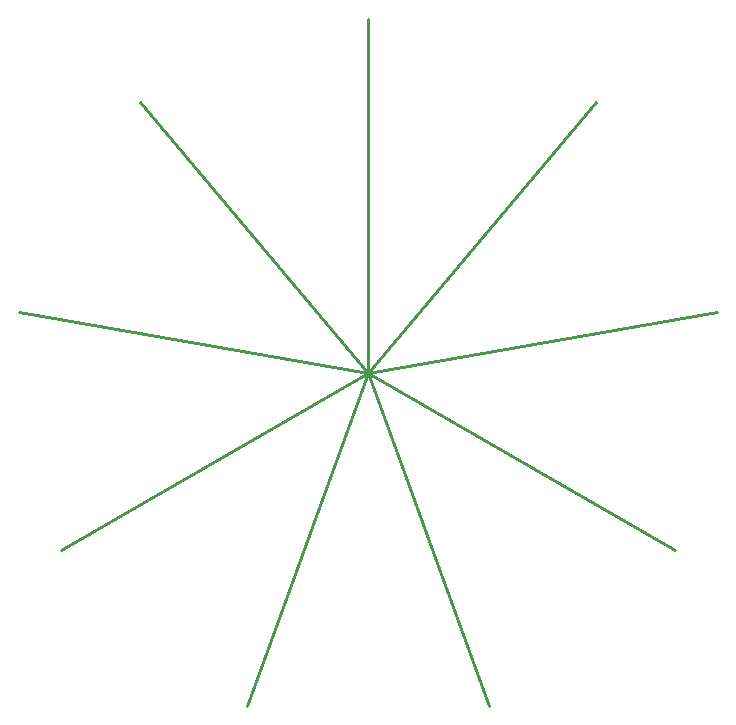
<source format=gbr>
G04 CAM350 V10.2.0 (Build 386) Date:  Sat Feb 01 15:25:49 2025 *
G04 Database: c:\users\comp1\desktop\ajinkya_\gerber data\round 115\round_pcb1.cam *
G04 Layer 42: Layer_42 *
%FSLAX24Y24*%
%MOIN*%
%SFA1.000B1.000*%

%MIA0B0*%
%IPPOS*%
%ADD27C,0.00984*%
%LNLayer_42*%
%LPD*%
G54D27*
X0Y0D02*
G01X-7592Y9048D01*
X0Y0D02*
G01X-11632Y2051D01*
X0Y0D02*
G01X-10229Y-5906D01*
X0Y0D02*
G01X-4040Y-11099D01*
X0Y0D02*
G01X4040Y-11099D01*
X0Y0D02*
G01X10229Y-5906D01*
X0Y0D02*
G01X11632Y2051D01*
X0Y0D02*
G01X7592Y9048D01*
X0Y0D02*
G01Y11811D01*
M02*

</source>
